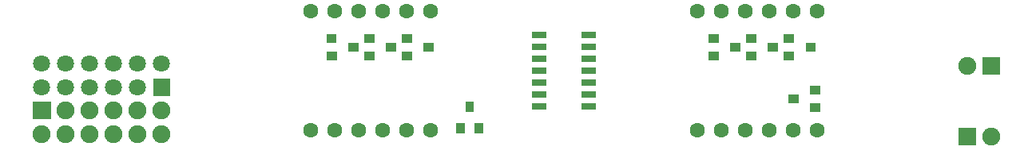
<source format=gbs>
G04 Layer: BottomSolderMaskLayer*
G04 EasyEDA v6.5.9, 2023-12-18 21:36:12*
G04 Gerber Generator version 0.2*
G04 Scale: 100 percent, Rotated: No, Reflected: No *
G04 Dimensions in millimeters *
G04 leading zeros omitted , absolute positions ,4 integer and 5 decimal *
%FSLAX45Y45*%
%MOMM*%

%ADD10C,1.9000*%
%ADD11C,1.9016*%
%ADD12C,1.8016*%
%ADD13C,1.6000*%

%LPD*%
G36*
X10981943Y4454905D02*
G01*
X10981943Y4644897D01*
X11171936Y4644897D01*
X11171936Y4454905D01*
G37*
D10*
G01*
X10822965Y4549978D03*
G36*
X10727943Y3704844D02*
G01*
X10727943Y3895089D01*
X10917936Y3895089D01*
X10917936Y3704844D01*
G37*
D11*
G01*
X11076990Y3799992D03*
G36*
X2194813Y4232910D02*
G01*
X2194813Y4412995D01*
X2375154Y4412995D01*
X2375154Y4232910D01*
G37*
D12*
G01*
X2285009Y4576978D03*
G01*
X2031009Y4322978D03*
G01*
X2031009Y4576978D03*
G01*
X1777009Y4322978D03*
G01*
X1777009Y4576978D03*
G01*
X1523009Y4322978D03*
G01*
X1523009Y4576978D03*
G01*
X1269009Y4322978D03*
G01*
X1269009Y4576978D03*
G01*
X1015009Y4322978D03*
G01*
X1015009Y4576978D03*
G36*
X919987Y3981957D02*
G01*
X919987Y4172204D01*
X1109979Y4172204D01*
X1109979Y3981957D01*
G37*
D11*
G01*
X1015009Y3822979D03*
G01*
X1269009Y4076979D03*
G01*
X1269009Y3822979D03*
G01*
X1523009Y4076979D03*
G01*
X1523009Y3822979D03*
G01*
X1777009Y4076979D03*
G01*
X1777009Y3822979D03*
G01*
X2031009Y4076979D03*
G01*
X2031009Y3822979D03*
G01*
X2285009Y4076979D03*
G01*
X2285009Y3822979D03*
G36*
X4029963Y4799837D02*
G01*
X4029963Y4890007D01*
X4139945Y4890007D01*
X4139945Y4799837D01*
G37*
G36*
X4259834Y4704842D02*
G01*
X4259834Y4795012D01*
X4370070Y4795012D01*
X4370070Y4704842D01*
G37*
G36*
X4029963Y4609845D02*
G01*
X4029963Y4700015D01*
X4140200Y4700015D01*
X4140200Y4609845D01*
G37*
G36*
X4430013Y4799837D02*
G01*
X4430013Y4890007D01*
X4539995Y4890007D01*
X4539995Y4799837D01*
G37*
G36*
X4659884Y4704842D02*
G01*
X4659884Y4795012D01*
X4770120Y4795012D01*
X4770120Y4704842D01*
G37*
G36*
X4430013Y4609845D02*
G01*
X4430013Y4700015D01*
X4539995Y4700015D01*
X4539995Y4609845D01*
G37*
G36*
X5409945Y3829812D02*
G01*
X5409945Y3940047D01*
X5500115Y3940047D01*
X5500115Y3829812D01*
G37*
G36*
X5504941Y4059936D02*
G01*
X5504941Y4170171D01*
X5595111Y4170171D01*
X5595111Y4059936D01*
G37*
G36*
X5599938Y3829812D02*
G01*
X5599938Y3940047D01*
X5690108Y3940047D01*
X5690108Y3829812D01*
G37*
G36*
X4829809Y4799837D02*
G01*
X4829809Y4890007D01*
X4940045Y4890007D01*
X4940045Y4799837D01*
G37*
G36*
X5059934Y4704842D02*
G01*
X5059934Y4795012D01*
X5170170Y4795012D01*
X5170170Y4704842D01*
G37*
G36*
X4829809Y4609845D02*
G01*
X4829809Y4700015D01*
X4940045Y4700015D01*
X4940045Y4609845D01*
G37*
G36*
X8079993Y4799837D02*
G01*
X8079993Y4890007D01*
X8189975Y4890007D01*
X8189975Y4799837D01*
G37*
G36*
X8309863Y4704842D02*
G01*
X8309863Y4795012D01*
X8420100Y4795012D01*
X8420100Y4704842D01*
G37*
G36*
X8079993Y4609845D02*
G01*
X8079993Y4700015D01*
X8189975Y4700015D01*
X8189975Y4609845D01*
G37*
G36*
X8479790Y4799837D02*
G01*
X8479790Y4890007D01*
X8590025Y4890007D01*
X8590025Y4799837D01*
G37*
G36*
X8709913Y4704842D02*
G01*
X8709913Y4795012D01*
X8820150Y4795012D01*
X8820150Y4704842D01*
G37*
G36*
X8479790Y4609845D02*
G01*
X8479790Y4700015D01*
X8590025Y4700015D01*
X8590025Y4609845D01*
G37*
G36*
X9160002Y4059936D02*
G01*
X9160002Y4150105D01*
X9269984Y4150105D01*
X9269984Y4059936D01*
G37*
G36*
X8929877Y4154931D02*
G01*
X8929877Y4245102D01*
X9040113Y4245102D01*
X9040113Y4154931D01*
G37*
G36*
X9160002Y4249928D02*
G01*
X9160002Y4340097D01*
X9269984Y4340097D01*
X9269984Y4249928D01*
G37*
G36*
X8879840Y4799837D02*
G01*
X8879840Y4890007D01*
X8990075Y4890007D01*
X8990075Y4799837D01*
G37*
G36*
X9109963Y4704842D02*
G01*
X9109963Y4795012D01*
X9219945Y4795012D01*
X9219945Y4704842D01*
G37*
G36*
X8879840Y4609845D02*
G01*
X8879840Y4700015D01*
X8990075Y4700015D01*
X8990075Y4609845D01*
G37*
G36*
X6211824Y4085844D02*
G01*
X6211824Y4152137D01*
X6364986Y4152137D01*
X6364986Y4085844D01*
G37*
G36*
X6211824Y4212844D02*
G01*
X6211824Y4279137D01*
X6364986Y4279137D01*
X6364986Y4212844D01*
G37*
G36*
X6211824Y4339844D02*
G01*
X6211824Y4406137D01*
X6364986Y4406137D01*
X6364986Y4339844D01*
G37*
G36*
X6211824Y4466844D02*
G01*
X6211824Y4533137D01*
X6364986Y4533137D01*
X6364986Y4466844D01*
G37*
G36*
X6211824Y4593844D02*
G01*
X6211824Y4660137D01*
X6364986Y4660137D01*
X6364986Y4593844D01*
G37*
G36*
X6211824Y4720844D02*
G01*
X6211824Y4787137D01*
X6364986Y4787137D01*
X6364986Y4720844D01*
G37*
G36*
X6211824Y4847844D02*
G01*
X6211824Y4914137D01*
X6364986Y4914137D01*
X6364986Y4847844D01*
G37*
G36*
X6734809Y4847844D02*
G01*
X6734809Y4914137D01*
X6887972Y4914137D01*
X6887972Y4847844D01*
G37*
G36*
X6734809Y4720844D02*
G01*
X6734809Y4787137D01*
X6887972Y4787137D01*
X6887972Y4720844D01*
G37*
G36*
X6734809Y4593844D02*
G01*
X6734809Y4660137D01*
X6887972Y4660137D01*
X6887972Y4593844D01*
G37*
G36*
X6734809Y4466844D02*
G01*
X6734809Y4533137D01*
X6887972Y4533137D01*
X6887972Y4466844D01*
G37*
G36*
X6734809Y4339844D02*
G01*
X6734809Y4406137D01*
X6887972Y4406137D01*
X6887972Y4339844D01*
G37*
G36*
X6734809Y4212844D02*
G01*
X6734809Y4279137D01*
X6887972Y4279137D01*
X6887972Y4212844D01*
G37*
G36*
X6734809Y4085844D02*
G01*
X6734809Y4152137D01*
X6887972Y4152137D01*
X6887972Y4085844D01*
G37*
D13*
G01*
X3864990Y3864990D03*
G01*
X4118990Y3864990D03*
G01*
X4372990Y3864990D03*
G01*
X4626990Y3864990D03*
G01*
X4880990Y3864990D03*
G01*
X5134990Y3864990D03*
G01*
X5134990Y5134990D03*
G01*
X4880990Y5134990D03*
G01*
X4626990Y5134990D03*
G01*
X4372990Y5134990D03*
G01*
X4118990Y5134990D03*
G01*
X3864990Y5134990D03*
G01*
X7964982Y3864990D03*
G01*
X8218982Y3864990D03*
G01*
X8472982Y3864990D03*
G01*
X8726982Y3864990D03*
G01*
X8980982Y3864990D03*
G01*
X9234982Y3864990D03*
G01*
X9234982Y5134990D03*
G01*
X8980982Y5134990D03*
G01*
X8726982Y5134990D03*
G01*
X8472982Y5134990D03*
G01*
X8218982Y5134990D03*
G01*
X7964982Y5134990D03*
M02*

</source>
